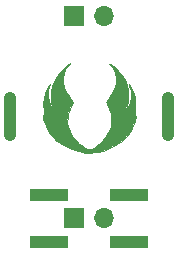
<source format=gbr>
G04 #@! TF.GenerationSoftware,KiCad,Pcbnew,(6.0.0)*
G04 #@! TF.CreationDate,2021-12-29T03:23:08-05:00*
G04 #@! TF.ProjectId,PressureSwitchBreakout,50726573-7375-4726-9553-776974636842,00*
G04 #@! TF.SameCoordinates,Original*
G04 #@! TF.FileFunction,Soldermask,Top*
G04 #@! TF.FilePolarity,Negative*
%FSLAX46Y46*%
G04 Gerber Fmt 4.6, Leading zero omitted, Abs format (unit mm)*
G04 Created by KiCad (PCBNEW (6.0.0)) date 2021-12-29 03:23:08*
%MOMM*%
%LPD*%
G01*
G04 APERTURE LIST*
%ADD10C,1.000000*%
%ADD11C,0.010000*%
%ADD12R,1.700000X1.700000*%
%ADD13O,1.700000X1.700000*%
%ADD14R,3.200000X1.000000*%
G04 APERTURE END LIST*
D10*
X146400000Y-89500000D02*
X146400000Y-86360000D01*
X133000000Y-89500000D02*
X133000000Y-86360000D01*
D11*
X138057077Y-83424410D02*
X138002738Y-83497444D01*
X138002738Y-83497444D02*
X137912243Y-83600475D01*
X137912243Y-83600475D02*
X137903665Y-83609685D01*
X137903665Y-83609685D02*
X137681731Y-83904338D01*
X137681731Y-83904338D02*
X137538697Y-84228554D01*
X137538697Y-84228554D02*
X137474658Y-84580944D01*
X137474658Y-84580944D02*
X137489709Y-84960117D01*
X137489709Y-84960117D02*
X137583944Y-85364685D01*
X137583944Y-85364685D02*
X137755159Y-85788500D01*
X137755159Y-85788500D02*
X137858767Y-85984812D01*
X137858767Y-85984812D02*
X137980972Y-86189622D01*
X137980972Y-86189622D02*
X138097409Y-86362386D01*
X138097409Y-86362386D02*
X138110819Y-86380334D01*
X138110819Y-86380334D02*
X138203695Y-86508391D01*
X138203695Y-86508391D02*
X138271909Y-86613320D01*
X138271909Y-86613320D02*
X138302466Y-86674926D01*
X138302466Y-86674926D02*
X138303000Y-86679026D01*
X138303000Y-86679026D02*
X138279604Y-86739050D01*
X138279604Y-86739050D02*
X138221048Y-86834350D01*
X138221048Y-86834350D02*
X138195843Y-86869793D01*
X138195843Y-86869793D02*
X138113617Y-87014352D01*
X138113617Y-87014352D02*
X138030127Y-87217239D01*
X138030127Y-87217239D02*
X137953776Y-87452668D01*
X137953776Y-87452668D02*
X137892966Y-87694855D01*
X137892966Y-87694855D02*
X137857020Y-87909659D01*
X137857020Y-87909659D02*
X137851609Y-88321336D01*
X137851609Y-88321336D02*
X137923108Y-88738322D01*
X137923108Y-88738322D02*
X138065753Y-89147663D01*
X138065753Y-89147663D02*
X138273781Y-89536403D01*
X138273781Y-89536403D02*
X138541428Y-89891587D01*
X138541428Y-89891587D02*
X138862932Y-90200259D01*
X138862932Y-90200259D02*
X138883323Y-90216631D01*
X138883323Y-90216631D02*
X139140791Y-90410189D01*
X139140791Y-90410189D02*
X139356506Y-90542933D01*
X139356506Y-90542933D02*
X139544530Y-90617718D01*
X139544530Y-90617718D02*
X139718921Y-90637397D01*
X139718921Y-90637397D02*
X139893741Y-90604824D01*
X139893741Y-90604824D02*
X140083049Y-90522851D01*
X140083049Y-90522851D02*
X140165898Y-90476917D01*
X140165898Y-90476917D02*
X140526266Y-90224227D01*
X140526266Y-90224227D02*
X140854594Y-89909213D01*
X140854594Y-89909213D02*
X141137453Y-89548773D01*
X141137453Y-89548773D02*
X141361416Y-89159805D01*
X141361416Y-89159805D02*
X141503052Y-88794167D01*
X141503052Y-88794167D02*
X141570044Y-88433792D01*
X141570044Y-88433792D02*
X141573457Y-88042316D01*
X141573457Y-88042316D02*
X141515931Y-87641402D01*
X141515931Y-87641402D02*
X141400103Y-87252710D01*
X141400103Y-87252710D02*
X141284104Y-86996386D01*
X141284104Y-86996386D02*
X141213243Y-86856719D01*
X141213243Y-86856719D02*
X141161646Y-86744232D01*
X141161646Y-86744232D02*
X141139530Y-86681347D01*
X141139530Y-86681347D02*
X141139333Y-86678679D01*
X141139333Y-86678679D02*
X141163359Y-86627219D01*
X141163359Y-86627219D02*
X141227630Y-86526719D01*
X141227630Y-86526719D02*
X141320436Y-86394993D01*
X141320436Y-86394993D02*
X141368467Y-86330169D01*
X141368467Y-86330169D02*
X141640706Y-85920489D01*
X141640706Y-85920489D02*
X141831811Y-85521016D01*
X141831811Y-85521016D02*
X141943798Y-85126002D01*
X141943798Y-85126002D02*
X141978684Y-84729697D01*
X141978684Y-84729697D02*
X141973992Y-84603167D01*
X141973992Y-84603167D02*
X141915816Y-84239406D01*
X141915816Y-84239406D02*
X141794063Y-83925778D01*
X141794063Y-83925778D02*
X141610761Y-83666679D01*
X141610761Y-83666679D02*
X141488583Y-83552344D01*
X141488583Y-83552344D02*
X141410113Y-83474011D01*
X141410113Y-83474011D02*
X141399463Y-83430721D01*
X141399463Y-83430721D02*
X141452017Y-83433203D01*
X141452017Y-83433203D02*
X141524689Y-83468357D01*
X141524689Y-83468357D02*
X141675269Y-83574081D01*
X141675269Y-83574081D02*
X141855627Y-83727953D01*
X141855627Y-83727953D02*
X142045193Y-83910052D01*
X142045193Y-83910052D02*
X142223400Y-84100455D01*
X142223400Y-84100455D02*
X142369678Y-84279239D01*
X142369678Y-84279239D02*
X142388313Y-84304830D01*
X142388313Y-84304830D02*
X142611199Y-84645750D01*
X142611199Y-84645750D02*
X142774031Y-84968205D01*
X142774031Y-84968205D02*
X142883844Y-85294865D01*
X142883844Y-85294865D02*
X142947672Y-85648402D01*
X142947672Y-85648402D02*
X142972549Y-86051485D01*
X142972549Y-86051485D02*
X142973450Y-86190667D01*
X142973450Y-86190667D02*
X142969176Y-86456418D01*
X142969176Y-86456418D02*
X142955060Y-86667239D01*
X142955060Y-86667239D02*
X142925508Y-86851218D01*
X142925508Y-86851218D02*
X142874922Y-87036440D01*
X142874922Y-87036440D02*
X142797708Y-87250993D01*
X142797708Y-87250993D02*
X142726754Y-87428917D01*
X142726754Y-87428917D02*
X142719802Y-87489423D01*
X142719802Y-87489423D02*
X142738227Y-87503000D01*
X142738227Y-87503000D02*
X142780934Y-87466537D01*
X142780934Y-87466537D02*
X142845256Y-87369127D01*
X142845256Y-87369127D02*
X142922138Y-87228745D01*
X142922138Y-87228745D02*
X143002530Y-87063363D01*
X143002530Y-87063363D02*
X143077378Y-86890953D01*
X143077378Y-86890953D02*
X143137631Y-86729487D01*
X143137631Y-86729487D02*
X143154006Y-86677500D01*
X143154006Y-86677500D02*
X143215423Y-86370294D01*
X143215423Y-86370294D02*
X143231914Y-86039917D01*
X143231914Y-86039917D02*
X143204035Y-85718361D01*
X143204035Y-85718361D02*
X143132394Y-85437743D01*
X143132394Y-85437743D02*
X143077346Y-85274495D01*
X143077346Y-85274495D02*
X143057813Y-85178007D01*
X143057813Y-85178007D02*
X143072774Y-85151388D01*
X143072774Y-85151388D02*
X143121207Y-85197751D01*
X143121207Y-85197751D02*
X143181879Y-85287084D01*
X143181879Y-85287084D02*
X143351682Y-85606877D01*
X143351682Y-85606877D02*
X143473788Y-85950162D01*
X143473788Y-85950162D02*
X143551085Y-86330585D01*
X143551085Y-86330585D02*
X143586462Y-86761789D01*
X143586462Y-86761789D02*
X143585258Y-87192666D01*
X143585258Y-87192666D02*
X143579482Y-87444275D01*
X143579482Y-87444275D02*
X143580996Y-87634236D01*
X143580996Y-87634236D02*
X143589546Y-87755063D01*
X143589546Y-87755063D02*
X143604881Y-87799265D01*
X143604881Y-87799265D02*
X143605637Y-87799334D01*
X143605637Y-87799334D02*
X143625725Y-87836844D01*
X143625725Y-87836844D02*
X143624630Y-87936860D01*
X143624630Y-87936860D02*
X143604879Y-88080606D01*
X143604879Y-88080606D02*
X143568998Y-88249309D01*
X143568998Y-88249309D02*
X143523043Y-88413167D01*
X143523043Y-88413167D02*
X143350546Y-88827777D01*
X143350546Y-88827777D02*
X143104489Y-89231176D01*
X143104489Y-89231176D02*
X142795972Y-89610941D01*
X142795972Y-89610941D02*
X142436094Y-89954645D01*
X142436094Y-89954645D02*
X142035955Y-90249863D01*
X142035955Y-90249863D02*
X141722691Y-90428681D01*
X141722691Y-90428681D02*
X141300594Y-90617300D01*
X141300594Y-90617300D02*
X140862426Y-90770239D01*
X140862426Y-90770239D02*
X140434888Y-90879246D01*
X140434888Y-90879246D02*
X140094325Y-90931738D01*
X140094325Y-90931738D02*
X139871919Y-90952290D01*
X139871919Y-90952290D02*
X139707102Y-90963373D01*
X139707102Y-90963373D02*
X139573329Y-90965009D01*
X139573329Y-90965009D02*
X139444057Y-90957218D01*
X139444057Y-90957218D02*
X139292741Y-90940020D01*
X139292741Y-90940020D02*
X139234333Y-90932401D01*
X139234333Y-90932401D02*
X138726095Y-90829472D01*
X138726095Y-90829472D02*
X138209745Y-90658917D01*
X138209745Y-90658917D02*
X137706753Y-90430642D01*
X137706753Y-90430642D02*
X137238592Y-90154550D01*
X137238592Y-90154550D02*
X136826734Y-89840548D01*
X136826734Y-89840548D02*
X136783013Y-89801605D01*
X136783013Y-89801605D02*
X136475127Y-89475842D01*
X136475127Y-89475842D02*
X136212331Y-89103722D01*
X136212331Y-89103722D02*
X136004995Y-88703894D01*
X136004995Y-88703894D02*
X135863492Y-88295009D01*
X135863492Y-88295009D02*
X135815862Y-88062338D01*
X135815862Y-88062338D02*
X135797092Y-87908159D01*
X135797092Y-87908159D02*
X135798859Y-87817584D01*
X135798859Y-87817584D02*
X135822243Y-87771817D01*
X135822243Y-87771817D02*
X135833012Y-87764359D01*
X135833012Y-87764359D02*
X135859620Y-87733336D01*
X135859620Y-87733336D02*
X135869874Y-87668333D01*
X135869874Y-87668333D02*
X135864226Y-87552797D01*
X135864226Y-87552797D02*
X135843668Y-87374355D01*
X135843668Y-87374355D02*
X135817691Y-86863605D01*
X135817691Y-86863605D02*
X135868732Y-86355616D01*
X135868732Y-86355616D02*
X135933570Y-86069470D01*
X135933570Y-86069470D02*
X135987569Y-85901463D01*
X135987569Y-85901463D02*
X136059412Y-85714302D01*
X136059412Y-85714302D02*
X136140253Y-85527221D01*
X136140253Y-85527221D02*
X136221244Y-85359456D01*
X136221244Y-85359456D02*
X136293537Y-85230238D01*
X136293537Y-85230238D02*
X136348286Y-85158802D01*
X136348286Y-85158802D02*
X136354612Y-85154152D01*
X136354612Y-85154152D02*
X136387329Y-85139199D01*
X136387329Y-85139199D02*
X136392480Y-85160042D01*
X136392480Y-85160042D02*
X136367261Y-85230750D01*
X136367261Y-85230750D02*
X136315464Y-85350489D01*
X136315464Y-85350489D02*
X136236348Y-85612222D01*
X136236348Y-85612222D02*
X136201818Y-85922626D01*
X136201818Y-85922626D02*
X136211185Y-86258829D01*
X136211185Y-86258829D02*
X136263757Y-86597958D01*
X136263757Y-86597958D02*
X136358845Y-86917141D01*
X136358845Y-86917141D02*
X136363080Y-86928041D01*
X136363080Y-86928041D02*
X136422188Y-87060838D01*
X136422188Y-87060838D02*
X136491023Y-87189913D01*
X136491023Y-87189913D02*
X136557619Y-87295826D01*
X136557619Y-87295826D02*
X136610012Y-87359140D01*
X136610012Y-87359140D02*
X136633085Y-87366693D01*
X136633085Y-87366693D02*
X136629280Y-87322239D01*
X136629280Y-87322239D02*
X136606435Y-87217181D01*
X136606435Y-87217181D02*
X136569171Y-87072209D01*
X136569171Y-87072209D02*
X136559263Y-87036172D01*
X136559263Y-87036172D02*
X136499504Y-86742255D01*
X136499504Y-86742255D02*
X136466700Y-86405500D01*
X136466700Y-86405500D02*
X136460839Y-86053592D01*
X136460839Y-86053592D02*
X136481908Y-85714217D01*
X136481908Y-85714217D02*
X136529895Y-85415063D01*
X136529895Y-85415063D02*
X136560042Y-85301667D01*
X136560042Y-85301667D02*
X136755747Y-84811563D01*
X136755747Y-84811563D02*
X137025248Y-84361953D01*
X137025248Y-84361953D02*
X137366311Y-83956078D01*
X137366311Y-83956078D02*
X137687483Y-83666405D01*
X137687483Y-83666405D02*
X137832381Y-83553373D01*
X137832381Y-83553373D02*
X137954316Y-83463636D01*
X137954316Y-83463636D02*
X138037452Y-83408545D01*
X138037452Y-83408545D02*
X138063767Y-83396667D01*
X138063767Y-83396667D02*
X138057077Y-83424410D01*
X138057077Y-83424410D02*
X138057077Y-83424410D01*
G36*
X138057077Y-83424410D02*
G01*
X138002738Y-83497444D01*
X137912243Y-83600475D01*
X137903665Y-83609685D01*
X137681731Y-83904338D01*
X137538697Y-84228554D01*
X137474658Y-84580944D01*
X137489709Y-84960117D01*
X137583944Y-85364685D01*
X137755159Y-85788500D01*
X137858767Y-85984812D01*
X137980972Y-86189622D01*
X138097409Y-86362386D01*
X138110819Y-86380334D01*
X138203695Y-86508391D01*
X138271909Y-86613320D01*
X138302466Y-86674926D01*
X138303000Y-86679026D01*
X138279604Y-86739050D01*
X138221048Y-86834350D01*
X138195843Y-86869793D01*
X138113617Y-87014352D01*
X138030127Y-87217239D01*
X137953776Y-87452668D01*
X137892966Y-87694855D01*
X137857020Y-87909659D01*
X137851609Y-88321336D01*
X137923108Y-88738322D01*
X138065753Y-89147663D01*
X138273781Y-89536403D01*
X138541428Y-89891587D01*
X138862932Y-90200259D01*
X138883323Y-90216631D01*
X139140791Y-90410189D01*
X139356506Y-90542933D01*
X139544530Y-90617718D01*
X139718921Y-90637397D01*
X139893741Y-90604824D01*
X140083049Y-90522851D01*
X140165898Y-90476917D01*
X140526266Y-90224227D01*
X140854594Y-89909213D01*
X141137453Y-89548773D01*
X141361416Y-89159805D01*
X141503052Y-88794167D01*
X141570044Y-88433792D01*
X141573457Y-88042316D01*
X141515931Y-87641402D01*
X141400103Y-87252710D01*
X141284104Y-86996386D01*
X141213243Y-86856719D01*
X141161646Y-86744232D01*
X141139530Y-86681347D01*
X141139333Y-86678679D01*
X141163359Y-86627219D01*
X141227630Y-86526719D01*
X141320436Y-86394993D01*
X141368467Y-86330169D01*
X141640706Y-85920489D01*
X141831811Y-85521016D01*
X141943798Y-85126002D01*
X141978684Y-84729697D01*
X141973992Y-84603167D01*
X141915816Y-84239406D01*
X141794063Y-83925778D01*
X141610761Y-83666679D01*
X141488583Y-83552344D01*
X141410113Y-83474011D01*
X141399463Y-83430721D01*
X141452017Y-83433203D01*
X141524689Y-83468357D01*
X141675269Y-83574081D01*
X141855627Y-83727953D01*
X142045193Y-83910052D01*
X142223400Y-84100455D01*
X142369678Y-84279239D01*
X142388313Y-84304830D01*
X142611199Y-84645750D01*
X142774031Y-84968205D01*
X142883844Y-85294865D01*
X142947672Y-85648402D01*
X142972549Y-86051485D01*
X142973450Y-86190667D01*
X142969176Y-86456418D01*
X142955060Y-86667239D01*
X142925508Y-86851218D01*
X142874922Y-87036440D01*
X142797708Y-87250993D01*
X142726754Y-87428917D01*
X142719802Y-87489423D01*
X142738227Y-87503000D01*
X142780934Y-87466537D01*
X142845256Y-87369127D01*
X142922138Y-87228745D01*
X143002530Y-87063363D01*
X143077378Y-86890953D01*
X143137631Y-86729487D01*
X143154006Y-86677500D01*
X143215423Y-86370294D01*
X143231914Y-86039917D01*
X143204035Y-85718361D01*
X143132394Y-85437743D01*
X143077346Y-85274495D01*
X143057813Y-85178007D01*
X143072774Y-85151388D01*
X143121207Y-85197751D01*
X143181879Y-85287084D01*
X143351682Y-85606877D01*
X143473788Y-85950162D01*
X143551085Y-86330585D01*
X143586462Y-86761789D01*
X143585258Y-87192666D01*
X143579482Y-87444275D01*
X143580996Y-87634236D01*
X143589546Y-87755063D01*
X143604881Y-87799265D01*
X143605637Y-87799334D01*
X143625725Y-87836844D01*
X143624630Y-87936860D01*
X143604879Y-88080606D01*
X143568998Y-88249309D01*
X143523043Y-88413167D01*
X143350546Y-88827777D01*
X143104489Y-89231176D01*
X142795972Y-89610941D01*
X142436094Y-89954645D01*
X142035955Y-90249863D01*
X141722691Y-90428681D01*
X141300594Y-90617300D01*
X140862426Y-90770239D01*
X140434888Y-90879246D01*
X140094325Y-90931738D01*
X139871919Y-90952290D01*
X139707102Y-90963373D01*
X139573329Y-90965009D01*
X139444057Y-90957218D01*
X139292741Y-90940020D01*
X139234333Y-90932401D01*
X138726095Y-90829472D01*
X138209745Y-90658917D01*
X137706753Y-90430642D01*
X137238592Y-90154550D01*
X136826734Y-89840548D01*
X136783013Y-89801605D01*
X136475127Y-89475842D01*
X136212331Y-89103722D01*
X136004995Y-88703894D01*
X135863492Y-88295009D01*
X135815862Y-88062338D01*
X135797092Y-87908159D01*
X135798859Y-87817584D01*
X135822243Y-87771817D01*
X135833012Y-87764359D01*
X135859620Y-87733336D01*
X135869874Y-87668333D01*
X135864226Y-87552797D01*
X135843668Y-87374355D01*
X135817691Y-86863605D01*
X135868732Y-86355616D01*
X135933570Y-86069470D01*
X135987569Y-85901463D01*
X136059412Y-85714302D01*
X136140253Y-85527221D01*
X136221244Y-85359456D01*
X136293537Y-85230238D01*
X136348286Y-85158802D01*
X136354612Y-85154152D01*
X136387329Y-85139199D01*
X136392480Y-85160042D01*
X136367261Y-85230750D01*
X136315464Y-85350489D01*
X136236348Y-85612222D01*
X136201818Y-85922626D01*
X136211185Y-86258829D01*
X136263757Y-86597958D01*
X136358845Y-86917141D01*
X136363080Y-86928041D01*
X136422188Y-87060838D01*
X136491023Y-87189913D01*
X136557619Y-87295826D01*
X136610012Y-87359140D01*
X136633085Y-87366693D01*
X136629280Y-87322239D01*
X136606435Y-87217181D01*
X136569171Y-87072209D01*
X136559263Y-87036172D01*
X136499504Y-86742255D01*
X136466700Y-86405500D01*
X136460839Y-86053592D01*
X136481908Y-85714217D01*
X136529895Y-85415063D01*
X136560042Y-85301667D01*
X136755747Y-84811563D01*
X137025248Y-84361953D01*
X137366311Y-83956078D01*
X137687483Y-83666405D01*
X137832381Y-83553373D01*
X137954316Y-83463636D01*
X138037452Y-83408545D01*
X138063767Y-83396667D01*
X138057077Y-83424410D01*
G37*
X138057077Y-83424410D02*
X138002738Y-83497444D01*
X137912243Y-83600475D01*
X137903665Y-83609685D01*
X137681731Y-83904338D01*
X137538697Y-84228554D01*
X137474658Y-84580944D01*
X137489709Y-84960117D01*
X137583944Y-85364685D01*
X137755159Y-85788500D01*
X137858767Y-85984812D01*
X137980972Y-86189622D01*
X138097409Y-86362386D01*
X138110819Y-86380334D01*
X138203695Y-86508391D01*
X138271909Y-86613320D01*
X138302466Y-86674926D01*
X138303000Y-86679026D01*
X138279604Y-86739050D01*
X138221048Y-86834350D01*
X138195843Y-86869793D01*
X138113617Y-87014352D01*
X138030127Y-87217239D01*
X137953776Y-87452668D01*
X137892966Y-87694855D01*
X137857020Y-87909659D01*
X137851609Y-88321336D01*
X137923108Y-88738322D01*
X138065753Y-89147663D01*
X138273781Y-89536403D01*
X138541428Y-89891587D01*
X138862932Y-90200259D01*
X138883323Y-90216631D01*
X139140791Y-90410189D01*
X139356506Y-90542933D01*
X139544530Y-90617718D01*
X139718921Y-90637397D01*
X139893741Y-90604824D01*
X140083049Y-90522851D01*
X140165898Y-90476917D01*
X140526266Y-90224227D01*
X140854594Y-89909213D01*
X141137453Y-89548773D01*
X141361416Y-89159805D01*
X141503052Y-88794167D01*
X141570044Y-88433792D01*
X141573457Y-88042316D01*
X141515931Y-87641402D01*
X141400103Y-87252710D01*
X141284104Y-86996386D01*
X141213243Y-86856719D01*
X141161646Y-86744232D01*
X141139530Y-86681347D01*
X141139333Y-86678679D01*
X141163359Y-86627219D01*
X141227630Y-86526719D01*
X141320436Y-86394993D01*
X141368467Y-86330169D01*
X141640706Y-85920489D01*
X141831811Y-85521016D01*
X141943798Y-85126002D01*
X141978684Y-84729697D01*
X141973992Y-84603167D01*
X141915816Y-84239406D01*
X141794063Y-83925778D01*
X141610761Y-83666679D01*
X141488583Y-83552344D01*
X141410113Y-83474011D01*
X141399463Y-83430721D01*
X141452017Y-83433203D01*
X141524689Y-83468357D01*
X141675269Y-83574081D01*
X141855627Y-83727953D01*
X142045193Y-83910052D01*
X142223400Y-84100455D01*
X142369678Y-84279239D01*
X142388313Y-84304830D01*
X142611199Y-84645750D01*
X142774031Y-84968205D01*
X142883844Y-85294865D01*
X142947672Y-85648402D01*
X142972549Y-86051485D01*
X142973450Y-86190667D01*
X142969176Y-86456418D01*
X142955060Y-86667239D01*
X142925508Y-86851218D01*
X142874922Y-87036440D01*
X142797708Y-87250993D01*
X142726754Y-87428917D01*
X142719802Y-87489423D01*
X142738227Y-87503000D01*
X142780934Y-87466537D01*
X142845256Y-87369127D01*
X142922138Y-87228745D01*
X143002530Y-87063363D01*
X143077378Y-86890953D01*
X143137631Y-86729487D01*
X143154006Y-86677500D01*
X143215423Y-86370294D01*
X143231914Y-86039917D01*
X143204035Y-85718361D01*
X143132394Y-85437743D01*
X143077346Y-85274495D01*
X143057813Y-85178007D01*
X143072774Y-85151388D01*
X143121207Y-85197751D01*
X143181879Y-85287084D01*
X143351682Y-85606877D01*
X143473788Y-85950162D01*
X143551085Y-86330585D01*
X143586462Y-86761789D01*
X143585258Y-87192666D01*
X143579482Y-87444275D01*
X143580996Y-87634236D01*
X143589546Y-87755063D01*
X143604881Y-87799265D01*
X143605637Y-87799334D01*
X143625725Y-87836844D01*
X143624630Y-87936860D01*
X143604879Y-88080606D01*
X143568998Y-88249309D01*
X143523043Y-88413167D01*
X143350546Y-88827777D01*
X143104489Y-89231176D01*
X142795972Y-89610941D01*
X142436094Y-89954645D01*
X142035955Y-90249863D01*
X141722691Y-90428681D01*
X141300594Y-90617300D01*
X140862426Y-90770239D01*
X140434888Y-90879246D01*
X140094325Y-90931738D01*
X139871919Y-90952290D01*
X139707102Y-90963373D01*
X139573329Y-90965009D01*
X139444057Y-90957218D01*
X139292741Y-90940020D01*
X139234333Y-90932401D01*
X138726095Y-90829472D01*
X138209745Y-90658917D01*
X137706753Y-90430642D01*
X137238592Y-90154550D01*
X136826734Y-89840548D01*
X136783013Y-89801605D01*
X136475127Y-89475842D01*
X136212331Y-89103722D01*
X136004995Y-88703894D01*
X135863492Y-88295009D01*
X135815862Y-88062338D01*
X135797092Y-87908159D01*
X135798859Y-87817584D01*
X135822243Y-87771817D01*
X135833012Y-87764359D01*
X135859620Y-87733336D01*
X135869874Y-87668333D01*
X135864226Y-87552797D01*
X135843668Y-87374355D01*
X135817691Y-86863605D01*
X135868732Y-86355616D01*
X135933570Y-86069470D01*
X135987569Y-85901463D01*
X136059412Y-85714302D01*
X136140253Y-85527221D01*
X136221244Y-85359456D01*
X136293537Y-85230238D01*
X136348286Y-85158802D01*
X136354612Y-85154152D01*
X136387329Y-85139199D01*
X136392480Y-85160042D01*
X136367261Y-85230750D01*
X136315464Y-85350489D01*
X136236348Y-85612222D01*
X136201818Y-85922626D01*
X136211185Y-86258829D01*
X136263757Y-86597958D01*
X136358845Y-86917141D01*
X136363080Y-86928041D01*
X136422188Y-87060838D01*
X136491023Y-87189913D01*
X136557619Y-87295826D01*
X136610012Y-87359140D01*
X136633085Y-87366693D01*
X136629280Y-87322239D01*
X136606435Y-87217181D01*
X136569171Y-87072209D01*
X136559263Y-87036172D01*
X136499504Y-86742255D01*
X136466700Y-86405500D01*
X136460839Y-86053592D01*
X136481908Y-85714217D01*
X136529895Y-85415063D01*
X136560042Y-85301667D01*
X136755747Y-84811563D01*
X137025248Y-84361953D01*
X137366311Y-83956078D01*
X137687483Y-83666405D01*
X137832381Y-83553373D01*
X137954316Y-83463636D01*
X138037452Y-83408545D01*
X138063767Y-83396667D01*
X138057077Y-83424410D01*
D12*
X138430000Y-96520000D03*
D13*
X140970000Y-96520000D03*
D14*
X136300000Y-94520000D03*
X143100000Y-94520000D03*
X136300000Y-98520000D03*
X143100000Y-98520000D03*
D12*
X138430000Y-79375000D03*
D13*
X140970000Y-79375000D03*
M02*

</source>
